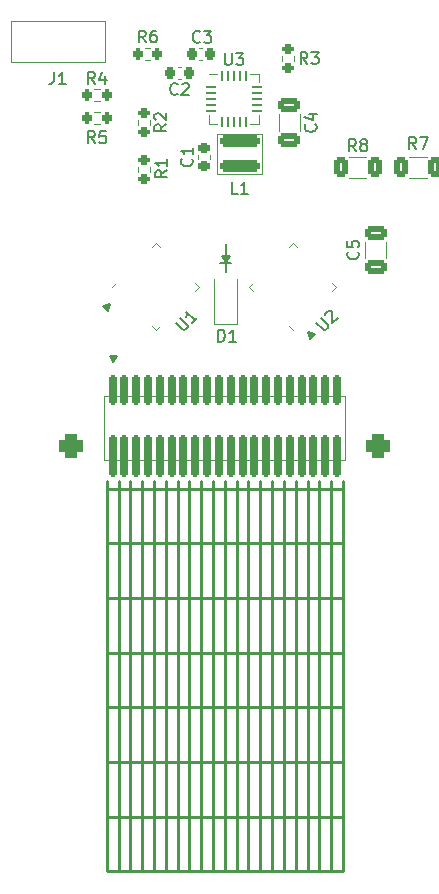
<source format=gto>
G04 #@! TF.GenerationSoftware,KiCad,Pcbnew,(6.0.5)*
G04 #@! TF.CreationDate,2022-06-13T12:49:50+02:00*
G04 #@! TF.ProjectId,optacon,6f707461-636f-46e2-9e6b-696361645f70,rev?*
G04 #@! TF.SameCoordinates,Original*
G04 #@! TF.FileFunction,Legend,Top*
G04 #@! TF.FilePolarity,Positive*
%FSLAX46Y46*%
G04 Gerber Fmt 4.6, Leading zero omitted, Abs format (unit mm)*
G04 Created by KiCad (PCBNEW (6.0.5)) date 2022-06-13 12:49:50*
%MOMM*%
%LPD*%
G01*
G04 APERTURE LIST*
G04 Aperture macros list*
%AMRoundRect*
0 Rectangle with rounded corners*
0 $1 Rounding radius*
0 $2 $3 $4 $5 $6 $7 $8 $9 X,Y pos of 4 corners*
0 Add a 4 corners polygon primitive as box body*
4,1,4,$2,$3,$4,$5,$6,$7,$8,$9,$2,$3,0*
0 Add four circle primitives for the rounded corners*
1,1,$1+$1,$2,$3*
1,1,$1+$1,$4,$5*
1,1,$1+$1,$6,$7*
1,1,$1+$1,$8,$9*
0 Add four rect primitives between the rounded corners*
20,1,$1+$1,$2,$3,$4,$5,0*
20,1,$1+$1,$4,$5,$6,$7,0*
20,1,$1+$1,$6,$7,$8,$9,0*
20,1,$1+$1,$8,$9,$2,$3,0*%
%AMRotRect*
0 Rectangle, with rotation*
0 The origin of the aperture is its center*
0 $1 length*
0 $2 width*
0 $3 Rotation angle, in degrees counterclockwise*
0 Add horizontal line*
21,1,$1,$2,0,0,$3*%
G04 Aperture macros list end*
%ADD10C,0.150000*%
%ADD11C,0.200000*%
%ADD12C,0.120000*%
%ADD13C,0.250000*%
%ADD14RoundRect,0.250000X0.650000X-0.325000X0.650000X0.325000X-0.650000X0.325000X-0.650000X-0.325000X0*%
%ADD15RoundRect,0.150000X-0.150000X-1.100000X0.150000X-1.100000X0.150000X1.100000X-0.150000X1.100000X0*%
%ADD16RoundRect,0.150000X-0.150000X-1.600000X0.150000X-1.600000X0.150000X1.600000X-0.150000X1.600000X0*%
%ADD17RoundRect,0.500000X-0.500000X-0.500000X0.500000X-0.500000X0.500000X0.500000X-0.500000X0.500000X0*%
%ADD18RoundRect,0.250000X-0.312500X-0.625000X0.312500X-0.625000X0.312500X0.625000X-0.312500X0.625000X0*%
%ADD19RoundRect,0.250000X0.312500X0.625000X-0.312500X0.625000X-0.312500X-0.625000X0.312500X-0.625000X0*%
%ADD20RoundRect,0.200000X-0.200000X-0.275000X0.200000X-0.275000X0.200000X0.275000X-0.200000X0.275000X0*%
%ADD21RoundRect,0.062500X-0.220971X-0.309359X0.309359X0.220971X0.220971X0.309359X-0.309359X-0.220971X0*%
%ADD22RoundRect,0.062500X0.220971X-0.309359X0.309359X-0.220971X-0.220971X0.309359X-0.309359X0.220971X0*%
%ADD23RotRect,3.100000X3.100000X45.000000*%
%ADD24RotRect,3.100000X3.100000X135.000000*%
%ADD25RoundRect,0.062500X0.309359X0.220971X0.220971X0.309359X-0.309359X-0.220971X-0.220971X-0.309359X0*%
%ADD26RoundRect,0.062500X0.309359X-0.220971X-0.220971X0.309359X-0.309359X0.220971X0.220971X-0.309359X0*%
%ADD27RoundRect,0.200000X0.275000X-0.200000X0.275000X0.200000X-0.275000X0.200000X-0.275000X-0.200000X0*%
%ADD28RoundRect,0.062500X-0.350000X-0.062500X0.350000X-0.062500X0.350000X0.062500X-0.350000X0.062500X0*%
%ADD29RoundRect,0.062500X-0.062500X-0.350000X0.062500X-0.350000X0.062500X0.350000X-0.062500X0.350000X0*%
%ADD30R,2.700000X2.700000*%
%ADD31RoundRect,0.200000X-0.275000X0.200000X-0.275000X-0.200000X0.275000X-0.200000X0.275000X0.200000X0*%
%ADD32RoundRect,0.225000X0.225000X0.250000X-0.225000X0.250000X-0.225000X-0.250000X0.225000X-0.250000X0*%
%ADD33RoundRect,0.250000X-0.650000X0.325000X-0.650000X-0.325000X0.650000X-0.325000X0.650000X0.325000X0*%
%ADD34R,1.100000X1.100000*%
%ADD35R,0.400000X0.800000*%
%ADD36R,0.300000X0.800000*%
%ADD37RoundRect,0.225000X0.250000X-0.225000X0.250000X0.225000X-0.250000X0.225000X-0.250000X-0.225000X0*%
%ADD38RoundRect,0.200000X0.200000X0.275000X-0.200000X0.275000X-0.200000X-0.275000X0.200000X-0.275000X0*%
%ADD39RoundRect,0.250000X1.450000X-0.250000X1.450000X0.250000X-1.450000X0.250000X-1.450000X-0.250000X0*%
G04 APERTURE END LIST*
D10*
X104200000Y-72000000D02*
X104200000Y-72800000D01*
X104200000Y-70400000D02*
X104200000Y-71900000D01*
X104200000Y-71400000D02*
X104200000Y-70400000D01*
X103700000Y-72000000D02*
X104700000Y-72000000D01*
D11*
G36*
X104200000Y-71900000D02*
G01*
X103875000Y-71400000D01*
X104550000Y-71400000D01*
X104200000Y-71900000D01*
G37*
X104200000Y-71900000D02*
X103875000Y-71400000D01*
X104550000Y-71400000D01*
X104200000Y-71900000D01*
G36*
X111800000Y-78000000D02*
G01*
X111322703Y-78477297D01*
X111216637Y-77876256D01*
X111800000Y-78000000D01*
G37*
X111800000Y-78000000D02*
X111322703Y-78477297D01*
X111216637Y-77876256D01*
X111800000Y-78000000D01*
G36*
X94276256Y-76083363D02*
G01*
X93798959Y-75606066D01*
X94400000Y-75500000D01*
X94276256Y-76083363D01*
G37*
X94276256Y-76083363D02*
X93798959Y-75606066D01*
X94400000Y-75500000D01*
X94276256Y-76083363D01*
G36*
X94700000Y-80400000D02*
G01*
X94375000Y-79900000D01*
X95050000Y-79900000D01*
X94700000Y-80400000D01*
G37*
X94700000Y-80400000D02*
X94375000Y-79900000D01*
X95050000Y-79900000D01*
X94700000Y-80400000D01*
D10*
X115407142Y-71066666D02*
X115454761Y-71114285D01*
X115502380Y-71257142D01*
X115502380Y-71352380D01*
X115454761Y-71495238D01*
X115359523Y-71590476D01*
X115264285Y-71638095D01*
X115073809Y-71685714D01*
X114930952Y-71685714D01*
X114740476Y-71638095D01*
X114645238Y-71590476D01*
X114550000Y-71495238D01*
X114502380Y-71352380D01*
X114502380Y-71257142D01*
X114550000Y-71114285D01*
X114597619Y-71066666D01*
X114502380Y-70161904D02*
X114502380Y-70638095D01*
X114978571Y-70685714D01*
X114930952Y-70638095D01*
X114883333Y-70542857D01*
X114883333Y-70304761D01*
X114930952Y-70209523D01*
X114978571Y-70161904D01*
X115073809Y-70114285D01*
X115311904Y-70114285D01*
X115407142Y-70161904D01*
X115454761Y-70209523D01*
X115502380Y-70304761D01*
X115502380Y-70542857D01*
X115454761Y-70638095D01*
X115407142Y-70685714D01*
X115233333Y-62532380D02*
X114900000Y-62056190D01*
X114661904Y-62532380D02*
X114661904Y-61532380D01*
X115042857Y-61532380D01*
X115138095Y-61580000D01*
X115185714Y-61627619D01*
X115233333Y-61722857D01*
X115233333Y-61865714D01*
X115185714Y-61960952D01*
X115138095Y-62008571D01*
X115042857Y-62056190D01*
X114661904Y-62056190D01*
X115804761Y-61960952D02*
X115709523Y-61913333D01*
X115661904Y-61865714D01*
X115614285Y-61770476D01*
X115614285Y-61722857D01*
X115661904Y-61627619D01*
X115709523Y-61580000D01*
X115804761Y-61532380D01*
X115995238Y-61532380D01*
X116090476Y-61580000D01*
X116138095Y-61627619D01*
X116185714Y-61722857D01*
X116185714Y-61770476D01*
X116138095Y-61865714D01*
X116090476Y-61913333D01*
X115995238Y-61960952D01*
X115804761Y-61960952D01*
X115709523Y-62008571D01*
X115661904Y-62056190D01*
X115614285Y-62151428D01*
X115614285Y-62341904D01*
X115661904Y-62437142D01*
X115709523Y-62484761D01*
X115804761Y-62532380D01*
X115995238Y-62532380D01*
X116090476Y-62484761D01*
X116138095Y-62437142D01*
X116185714Y-62341904D01*
X116185714Y-62151428D01*
X116138095Y-62056190D01*
X116090476Y-62008571D01*
X115995238Y-61960952D01*
X120333333Y-62352380D02*
X120000000Y-61876190D01*
X119761904Y-62352380D02*
X119761904Y-61352380D01*
X120142857Y-61352380D01*
X120238095Y-61400000D01*
X120285714Y-61447619D01*
X120333333Y-61542857D01*
X120333333Y-61685714D01*
X120285714Y-61780952D01*
X120238095Y-61828571D01*
X120142857Y-61876190D01*
X119761904Y-61876190D01*
X120666666Y-61352380D02*
X121333333Y-61352380D01*
X120904761Y-62352380D01*
X97433333Y-53322380D02*
X97100000Y-52846190D01*
X96861904Y-53322380D02*
X96861904Y-52322380D01*
X97242857Y-52322380D01*
X97338095Y-52370000D01*
X97385714Y-52417619D01*
X97433333Y-52512857D01*
X97433333Y-52655714D01*
X97385714Y-52750952D01*
X97338095Y-52798571D01*
X97242857Y-52846190D01*
X96861904Y-52846190D01*
X98290476Y-52322380D02*
X98100000Y-52322380D01*
X98004761Y-52370000D01*
X97957142Y-52417619D01*
X97861904Y-52560476D01*
X97814285Y-52750952D01*
X97814285Y-53131904D01*
X97861904Y-53227142D01*
X97909523Y-53274761D01*
X98004761Y-53322380D01*
X98195238Y-53322380D01*
X98290476Y-53274761D01*
X98338095Y-53227142D01*
X98385714Y-53131904D01*
X98385714Y-52893809D01*
X98338095Y-52798571D01*
X98290476Y-52750952D01*
X98195238Y-52703333D01*
X98004761Y-52703333D01*
X97909523Y-52750952D01*
X97861904Y-52798571D01*
X97814285Y-52893809D01*
X99974026Y-77051522D02*
X100546446Y-77623942D01*
X100647461Y-77657614D01*
X100714805Y-77657614D01*
X100815820Y-77623942D01*
X100950507Y-77489255D01*
X100984179Y-77388240D01*
X100984179Y-77320896D01*
X100950507Y-77219881D01*
X100378087Y-76647461D01*
X101792301Y-76647461D02*
X101388240Y-77051522D01*
X101590270Y-76849492D02*
X100883164Y-76142385D01*
X100916835Y-76310744D01*
X100916835Y-76445431D01*
X100883164Y-76546446D01*
X111874026Y-77051522D02*
X112446446Y-77623942D01*
X112547461Y-77657614D01*
X112614805Y-77657614D01*
X112715820Y-77623942D01*
X112850507Y-77489255D01*
X112884179Y-77388240D01*
X112884179Y-77320896D01*
X112850507Y-77219881D01*
X112278087Y-76647461D01*
X112648477Y-76411759D02*
X112648477Y-76344416D01*
X112682148Y-76243400D01*
X112850507Y-76075042D01*
X112951522Y-76041370D01*
X113018866Y-76041370D01*
X113119881Y-76075042D01*
X113187225Y-76142385D01*
X113254568Y-76277072D01*
X113254568Y-77085194D01*
X113692301Y-76647461D01*
X111133333Y-55152380D02*
X110800000Y-54676190D01*
X110561904Y-55152380D02*
X110561904Y-54152380D01*
X110942857Y-54152380D01*
X111038095Y-54200000D01*
X111085714Y-54247619D01*
X111133333Y-54342857D01*
X111133333Y-54485714D01*
X111085714Y-54580952D01*
X111038095Y-54628571D01*
X110942857Y-54676190D01*
X110561904Y-54676190D01*
X111466666Y-54152380D02*
X112085714Y-54152380D01*
X111752380Y-54533333D01*
X111895238Y-54533333D01*
X111990476Y-54580952D01*
X112038095Y-54628571D01*
X112085714Y-54723809D01*
X112085714Y-54961904D01*
X112038095Y-55057142D01*
X111990476Y-55104761D01*
X111895238Y-55152380D01*
X111609523Y-55152380D01*
X111514285Y-55104761D01*
X111466666Y-55057142D01*
X104138095Y-54232380D02*
X104138095Y-55041904D01*
X104185714Y-55137142D01*
X104233333Y-55184761D01*
X104328571Y-55232380D01*
X104519047Y-55232380D01*
X104614285Y-55184761D01*
X104661904Y-55137142D01*
X104709523Y-55041904D01*
X104709523Y-54232380D01*
X105090476Y-54232380D02*
X105709523Y-54232380D01*
X105376190Y-54613333D01*
X105519047Y-54613333D01*
X105614285Y-54660952D01*
X105661904Y-54708571D01*
X105709523Y-54803809D01*
X105709523Y-55041904D01*
X105661904Y-55137142D01*
X105614285Y-55184761D01*
X105519047Y-55232380D01*
X105233333Y-55232380D01*
X105138095Y-55184761D01*
X105090476Y-55137142D01*
X99182380Y-60266666D02*
X98706190Y-60600000D01*
X99182380Y-60838095D02*
X98182380Y-60838095D01*
X98182380Y-60457142D01*
X98230000Y-60361904D01*
X98277619Y-60314285D01*
X98372857Y-60266666D01*
X98515714Y-60266666D01*
X98610952Y-60314285D01*
X98658571Y-60361904D01*
X98706190Y-60457142D01*
X98706190Y-60838095D01*
X98277619Y-59885714D02*
X98230000Y-59838095D01*
X98182380Y-59742857D01*
X98182380Y-59504761D01*
X98230000Y-59409523D01*
X98277619Y-59361904D01*
X98372857Y-59314285D01*
X98468095Y-59314285D01*
X98610952Y-59361904D01*
X99182380Y-59933333D01*
X99182380Y-59314285D01*
X102033333Y-53257142D02*
X101985714Y-53304761D01*
X101842857Y-53352380D01*
X101747619Y-53352380D01*
X101604761Y-53304761D01*
X101509523Y-53209523D01*
X101461904Y-53114285D01*
X101414285Y-52923809D01*
X101414285Y-52780952D01*
X101461904Y-52590476D01*
X101509523Y-52495238D01*
X101604761Y-52400000D01*
X101747619Y-52352380D01*
X101842857Y-52352380D01*
X101985714Y-52400000D01*
X102033333Y-52447619D01*
X102366666Y-52352380D02*
X102985714Y-52352380D01*
X102652380Y-52733333D01*
X102795238Y-52733333D01*
X102890476Y-52780952D01*
X102938095Y-52828571D01*
X102985714Y-52923809D01*
X102985714Y-53161904D01*
X102938095Y-53257142D01*
X102890476Y-53304761D01*
X102795238Y-53352380D01*
X102509523Y-53352380D01*
X102414285Y-53304761D01*
X102366666Y-53257142D01*
X111807142Y-60266666D02*
X111854761Y-60314285D01*
X111902380Y-60457142D01*
X111902380Y-60552380D01*
X111854761Y-60695238D01*
X111759523Y-60790476D01*
X111664285Y-60838095D01*
X111473809Y-60885714D01*
X111330952Y-60885714D01*
X111140476Y-60838095D01*
X111045238Y-60790476D01*
X110950000Y-60695238D01*
X110902380Y-60552380D01*
X110902380Y-60457142D01*
X110950000Y-60314285D01*
X110997619Y-60266666D01*
X111235714Y-59409523D02*
X111902380Y-59409523D01*
X110854761Y-59647619D02*
X111569047Y-59885714D01*
X111569047Y-59266666D01*
X103561904Y-78652380D02*
X103561904Y-77652380D01*
X103800000Y-77652380D01*
X103942857Y-77700000D01*
X104038095Y-77795238D01*
X104085714Y-77890476D01*
X104133333Y-78080952D01*
X104133333Y-78223809D01*
X104085714Y-78414285D01*
X104038095Y-78509523D01*
X103942857Y-78604761D01*
X103800000Y-78652380D01*
X103561904Y-78652380D01*
X105085714Y-78652380D02*
X104514285Y-78652380D01*
X104800000Y-78652380D02*
X104800000Y-77652380D01*
X104704761Y-77795238D01*
X104609523Y-77890476D01*
X104514285Y-77938095D01*
X89666666Y-55852380D02*
X89666666Y-56566666D01*
X89619047Y-56709523D01*
X89523809Y-56804761D01*
X89380952Y-56852380D01*
X89285714Y-56852380D01*
X90666666Y-56852380D02*
X90095238Y-56852380D01*
X90380952Y-56852380D02*
X90380952Y-55852380D01*
X90285714Y-55995238D01*
X90190476Y-56090476D01*
X90095238Y-56138095D01*
X100133333Y-57687142D02*
X100085714Y-57734761D01*
X99942857Y-57782380D01*
X99847619Y-57782380D01*
X99704761Y-57734761D01*
X99609523Y-57639523D01*
X99561904Y-57544285D01*
X99514285Y-57353809D01*
X99514285Y-57210952D01*
X99561904Y-57020476D01*
X99609523Y-56925238D01*
X99704761Y-56830000D01*
X99847619Y-56782380D01*
X99942857Y-56782380D01*
X100085714Y-56830000D01*
X100133333Y-56877619D01*
X100514285Y-56877619D02*
X100561904Y-56830000D01*
X100657142Y-56782380D01*
X100895238Y-56782380D01*
X100990476Y-56830000D01*
X101038095Y-56877619D01*
X101085714Y-56972857D01*
X101085714Y-57068095D01*
X101038095Y-57210952D01*
X100466666Y-57782380D01*
X101085714Y-57782380D01*
X101327142Y-63191666D02*
X101374761Y-63239285D01*
X101422380Y-63382142D01*
X101422380Y-63477380D01*
X101374761Y-63620238D01*
X101279523Y-63715476D01*
X101184285Y-63763095D01*
X100993809Y-63810714D01*
X100850952Y-63810714D01*
X100660476Y-63763095D01*
X100565238Y-63715476D01*
X100470000Y-63620238D01*
X100422380Y-63477380D01*
X100422380Y-63382142D01*
X100470000Y-63239285D01*
X100517619Y-63191666D01*
X101422380Y-62239285D02*
X101422380Y-62810714D01*
X101422380Y-62525000D02*
X100422380Y-62525000D01*
X100565238Y-62620238D01*
X100660476Y-62715476D01*
X100708095Y-62810714D01*
X93133333Y-61852380D02*
X92800000Y-61376190D01*
X92561904Y-61852380D02*
X92561904Y-60852380D01*
X92942857Y-60852380D01*
X93038095Y-60900000D01*
X93085714Y-60947619D01*
X93133333Y-61042857D01*
X93133333Y-61185714D01*
X93085714Y-61280952D01*
X93038095Y-61328571D01*
X92942857Y-61376190D01*
X92561904Y-61376190D01*
X94038095Y-60852380D02*
X93561904Y-60852380D01*
X93514285Y-61328571D01*
X93561904Y-61280952D01*
X93657142Y-61233333D01*
X93895238Y-61233333D01*
X93990476Y-61280952D01*
X94038095Y-61328571D01*
X94085714Y-61423809D01*
X94085714Y-61661904D01*
X94038095Y-61757142D01*
X93990476Y-61804761D01*
X93895238Y-61852380D01*
X93657142Y-61852380D01*
X93561904Y-61804761D01*
X93514285Y-61757142D01*
X93133333Y-56852380D02*
X92800000Y-56376190D01*
X92561904Y-56852380D02*
X92561904Y-55852380D01*
X92942857Y-55852380D01*
X93038095Y-55900000D01*
X93085714Y-55947619D01*
X93133333Y-56042857D01*
X93133333Y-56185714D01*
X93085714Y-56280952D01*
X93038095Y-56328571D01*
X92942857Y-56376190D01*
X92561904Y-56376190D01*
X93990476Y-56185714D02*
X93990476Y-56852380D01*
X93752380Y-55804761D02*
X93514285Y-56519047D01*
X94133333Y-56519047D01*
X105233333Y-66152380D02*
X104757142Y-66152380D01*
X104757142Y-65152380D01*
X106090476Y-66152380D02*
X105519047Y-66152380D01*
X105804761Y-66152380D02*
X105804761Y-65152380D01*
X105709523Y-65295238D01*
X105614285Y-65390476D01*
X105519047Y-65438095D01*
X99252380Y-64166666D02*
X98776190Y-64500000D01*
X99252380Y-64738095D02*
X98252380Y-64738095D01*
X98252380Y-64357142D01*
X98300000Y-64261904D01*
X98347619Y-64214285D01*
X98442857Y-64166666D01*
X98585714Y-64166666D01*
X98680952Y-64214285D01*
X98728571Y-64261904D01*
X98776190Y-64357142D01*
X98776190Y-64738095D01*
X99252380Y-63214285D02*
X99252380Y-63785714D01*
X99252380Y-63500000D02*
X98252380Y-63500000D01*
X98395238Y-63595238D01*
X98490476Y-63690476D01*
X98538095Y-63785714D01*
D12*
X115990000Y-71611252D02*
X115990000Y-70188748D01*
X117810000Y-71611252D02*
X117810000Y-70188748D01*
D13*
X112140000Y-90500000D02*
X112140000Y-123500000D01*
X113140000Y-90500000D02*
X113140000Y-123500000D01*
X104140000Y-90500000D02*
X104140000Y-123500000D01*
X94140000Y-100375000D02*
X114140000Y-100375000D01*
X99140000Y-90500000D02*
X99140000Y-123500000D01*
X98140000Y-90500000D02*
X98140000Y-123500000D01*
X94140000Y-95750000D02*
X114140000Y-95750000D01*
X94140000Y-91125000D02*
X114140000Y-91125000D01*
X109140000Y-90500000D02*
X109140000Y-123500000D01*
X100140000Y-90500000D02*
X100140000Y-123500000D01*
X95140000Y-90500000D02*
X95140000Y-123500000D01*
X94140000Y-105000000D02*
X114140000Y-105000000D01*
X94140000Y-109625000D02*
X114140000Y-109625000D01*
X94140000Y-90500000D02*
X94140000Y-123500000D01*
X108140000Y-90500000D02*
X108140000Y-123500000D01*
X111140000Y-90500000D02*
X111140000Y-123500000D01*
X107140000Y-90500000D02*
X107140000Y-123500000D01*
X96140000Y-90500000D02*
X96140000Y-123500000D01*
X110140000Y-90500000D02*
X110140000Y-123500000D01*
X94140000Y-118875000D02*
X114140000Y-118875000D01*
X94140000Y-114250000D02*
X114140000Y-114250000D01*
X106140000Y-90500000D02*
X106140000Y-123500000D01*
X103140000Y-90500000D02*
X103140000Y-123500000D01*
X97140000Y-90500000D02*
X97140000Y-123500000D01*
X105140000Y-90500000D02*
X105140000Y-123500000D01*
X101140000Y-90500000D02*
X101140000Y-123500000D01*
X114140000Y-90500000D02*
X114140000Y-123500000D01*
X94140000Y-123500000D02*
X114140000Y-123500000D01*
X102140000Y-90500000D02*
X102140000Y-123500000D01*
D12*
X93940000Y-83300000D02*
X114340000Y-83300000D01*
X114340000Y-83300000D02*
X114340000Y-88700000D01*
X114340000Y-88700000D02*
X93940000Y-88700000D01*
X93940000Y-88700000D02*
X93940000Y-83300000D01*
X114672936Y-62990000D02*
X116127064Y-62990000D01*
X114672936Y-64810000D02*
X116127064Y-64810000D01*
X121227064Y-64810000D02*
X119772936Y-64810000D01*
X121227064Y-62990000D02*
X119772936Y-62990000D01*
X97362742Y-54822500D02*
X97837258Y-54822500D01*
X97362742Y-53777500D02*
X97837258Y-53777500D01*
X98635876Y-77355222D02*
X98300000Y-77691097D01*
X101991097Y-74000000D02*
X101655222Y-73664124D01*
X98300000Y-70308903D02*
X98635876Y-70644778D01*
X98300000Y-77691097D02*
X97964124Y-77355222D01*
X94944778Y-73664124D02*
X94608903Y-74000000D01*
X97964124Y-70644778D02*
X98300000Y-70308903D01*
X101655222Y-74335876D02*
X101991097Y-74000000D01*
X109900000Y-70308903D02*
X109564124Y-70644778D01*
X113255222Y-73664124D02*
X113591097Y-74000000D01*
X109564124Y-77355222D02*
X109900000Y-77691097D01*
X106544778Y-74335876D02*
X106208903Y-74000000D01*
X113591097Y-74000000D02*
X113255222Y-74335876D01*
X106208903Y-74000000D02*
X106544778Y-73664124D01*
X110235876Y-70644778D02*
X109900000Y-70308903D01*
X108977500Y-54937258D02*
X108977500Y-54462742D01*
X110022500Y-54937258D02*
X110022500Y-54462742D01*
X106285000Y-60210000D02*
X107010000Y-60210000D01*
X103515000Y-55990000D02*
X102790000Y-55990000D01*
X107010000Y-55990000D02*
X107010000Y-56715000D01*
X103515000Y-60210000D02*
X102790000Y-60210000D01*
X107010000Y-60210000D02*
X107010000Y-59485000D01*
X102790000Y-60210000D02*
X102790000Y-59485000D01*
X106285000Y-55990000D02*
X107010000Y-55990000D01*
X96777500Y-59862742D02*
X96777500Y-60337258D01*
X97822500Y-59862742D02*
X97822500Y-60337258D01*
X102240580Y-53790000D02*
X101959420Y-53790000D01*
X102240580Y-54810000D02*
X101959420Y-54810000D01*
X108690000Y-59388748D02*
X108690000Y-60811252D01*
X110510000Y-59388748D02*
X110510000Y-60811252D01*
X105200000Y-77200000D02*
X105200000Y-73350000D01*
X103200000Y-77200000D02*
X105200000Y-77200000D01*
X103200000Y-77200000D02*
X103200000Y-73350000D01*
X94000000Y-51550000D02*
X86050000Y-51550000D01*
X86050000Y-51550000D02*
X86050000Y-55000000D01*
X86050000Y-55000000D02*
X94000000Y-55000000D01*
X94000000Y-55000000D02*
X94000000Y-51550000D01*
X100440580Y-55390000D02*
X100159420Y-55390000D01*
X100440580Y-56410000D02*
X100159420Y-56410000D01*
X102910000Y-63165580D02*
X102910000Y-62884420D01*
X101890000Y-63165580D02*
X101890000Y-62884420D01*
X93062742Y-60222500D02*
X93537258Y-60222500D01*
X93062742Y-59177500D02*
X93537258Y-59177500D01*
X93537258Y-58322500D02*
X93062742Y-58322500D01*
X93537258Y-57277500D02*
X93062742Y-57277500D01*
X103500000Y-64450000D02*
X107300000Y-64450000D01*
X107300000Y-64450000D02*
X107300000Y-61050000D01*
X107300000Y-61050000D02*
X103500000Y-61050000D01*
X103500000Y-61050000D02*
X103500000Y-64450000D01*
X97822500Y-64337258D02*
X97822500Y-63862742D01*
X96777500Y-64337258D02*
X96777500Y-63862742D01*
%LPC*%
D14*
X116900000Y-72375000D03*
X116900000Y-69425000D03*
D15*
X94640000Y-82750000D03*
X95640000Y-82750000D03*
X96640000Y-82750000D03*
X97640000Y-82750000D03*
X98640000Y-82750000D03*
X99640000Y-82750000D03*
X100640000Y-82750000D03*
X101640000Y-82750000D03*
X102640000Y-82750000D03*
X103640000Y-82750000D03*
X104640000Y-82750000D03*
X105640000Y-82750000D03*
X106640000Y-82750000D03*
X107640000Y-82750000D03*
X108640000Y-82750000D03*
X109640000Y-82750000D03*
X110640000Y-82750000D03*
X111640000Y-82750000D03*
X112640000Y-82750000D03*
X113640000Y-82750000D03*
D16*
X110640000Y-88350000D03*
X102640000Y-88350000D03*
X99640000Y-88350000D03*
X113640000Y-88350000D03*
D17*
X117140000Y-87500000D03*
D16*
X108640000Y-88350000D03*
X97640000Y-88350000D03*
D17*
X91140000Y-87500000D03*
D16*
X100640000Y-88350000D03*
X111640000Y-88350000D03*
X98640000Y-88350000D03*
X94640000Y-88350000D03*
X104640000Y-88350000D03*
X96640000Y-88350000D03*
X107640000Y-88350000D03*
X109640000Y-88350000D03*
X106640000Y-88350000D03*
X112640000Y-88350000D03*
X103640000Y-88350000D03*
X105640000Y-88350000D03*
X101640000Y-88350000D03*
X95640000Y-88350000D03*
D18*
X116862500Y-63900000D03*
X113937500Y-63900000D03*
D19*
X119037500Y-63900000D03*
X121962500Y-63900000D03*
D20*
X96775000Y-54300000D03*
X98425000Y-54300000D03*
D21*
X95338990Y-74486136D03*
X95692544Y-74839689D03*
X96046097Y-75193243D03*
X96399651Y-75546796D03*
X96753204Y-75900349D03*
X97106757Y-76253903D03*
X97460311Y-76607456D03*
X97813864Y-76961010D03*
D22*
X98786136Y-76961010D03*
X99139689Y-76607456D03*
X99493243Y-76253903D03*
X99846796Y-75900349D03*
X100200349Y-75546796D03*
X100553903Y-75193243D03*
X100907456Y-74839689D03*
X101261010Y-74486136D03*
D21*
X101261010Y-73513864D03*
X100907456Y-73160311D03*
X100553903Y-72806757D03*
X100200349Y-72453204D03*
X99846796Y-72099651D03*
X99493243Y-71746097D03*
X99139689Y-71392544D03*
X98786136Y-71038990D03*
D22*
X97813864Y-71038990D03*
X97460311Y-71392544D03*
X97106757Y-71746097D03*
X96753204Y-72099651D03*
X96399651Y-72453204D03*
X96046097Y-72806757D03*
X95692544Y-73160311D03*
X95338990Y-73513864D03*
D23*
X98300000Y-74000000D03*
D24*
X109900000Y-74000000D03*
D25*
X109413864Y-76961010D03*
X109060311Y-76607456D03*
X108706757Y-76253903D03*
X108353204Y-75900349D03*
X107999651Y-75546796D03*
X107646097Y-75193243D03*
X107292544Y-74839689D03*
X106938990Y-74486136D03*
D26*
X106938990Y-73513864D03*
X107292544Y-73160311D03*
X107646097Y-72806757D03*
X107999651Y-72453204D03*
X108353204Y-72099651D03*
X108706757Y-71746097D03*
X109060311Y-71392544D03*
X109413864Y-71038990D03*
D25*
X110386136Y-71038990D03*
X110739689Y-71392544D03*
X111093243Y-71746097D03*
X111446796Y-72099651D03*
X111800349Y-72453204D03*
X112153903Y-72806757D03*
X112507456Y-73160311D03*
X112861010Y-73513864D03*
D26*
X112861010Y-74486136D03*
X112507456Y-74839689D03*
X112153903Y-75193243D03*
X111800349Y-75546796D03*
X111446796Y-75900349D03*
X111093243Y-76253903D03*
X110739689Y-76607456D03*
X110386136Y-76961010D03*
D27*
X109500000Y-55525000D03*
X109500000Y-53875000D03*
D28*
X102937500Y-57100000D03*
X102937500Y-57600000D03*
X102937500Y-58100000D03*
X102937500Y-58600000D03*
X102937500Y-59100000D03*
D29*
X103900000Y-60062500D03*
X104400000Y-60062500D03*
X104900000Y-60062500D03*
X105400000Y-60062500D03*
X105900000Y-60062500D03*
D28*
X106862500Y-59100000D03*
X106862500Y-58600000D03*
X106862500Y-58100000D03*
X106862500Y-57600000D03*
X106862500Y-57100000D03*
D29*
X105900000Y-56137500D03*
X105400000Y-56137500D03*
X104900000Y-56137500D03*
X104400000Y-56137500D03*
X103900000Y-56137500D03*
D30*
X104900000Y-58100000D03*
D31*
X97300000Y-60925000D03*
X97300000Y-59275000D03*
D32*
X102875000Y-54300000D03*
X101325000Y-54300000D03*
D33*
X109600000Y-58625000D03*
X109600000Y-61575000D03*
D34*
X104200000Y-76400000D03*
X104200000Y-73600000D03*
D35*
X93750000Y-52000000D03*
X86250000Y-52000000D03*
D36*
X92750000Y-54500000D03*
X92250000Y-54500000D03*
X91750000Y-54500000D03*
X91250000Y-54500000D03*
X90750000Y-54500000D03*
X90250000Y-54500000D03*
X89750000Y-54500000D03*
X89250000Y-54500000D03*
X88750000Y-54500000D03*
X88250000Y-54500000D03*
X87750000Y-54500000D03*
X87250000Y-54500000D03*
D32*
X99525000Y-55900000D03*
X101075000Y-55900000D03*
D37*
X102400000Y-62250000D03*
X102400000Y-63800000D03*
D20*
X92475000Y-59700000D03*
X94125000Y-59700000D03*
D38*
X94125000Y-57800000D03*
X92475000Y-57800000D03*
D39*
X105400000Y-63800000D03*
X105400000Y-61700000D03*
D27*
X97300000Y-63275000D03*
X97300000Y-64925000D03*
M02*

</source>
